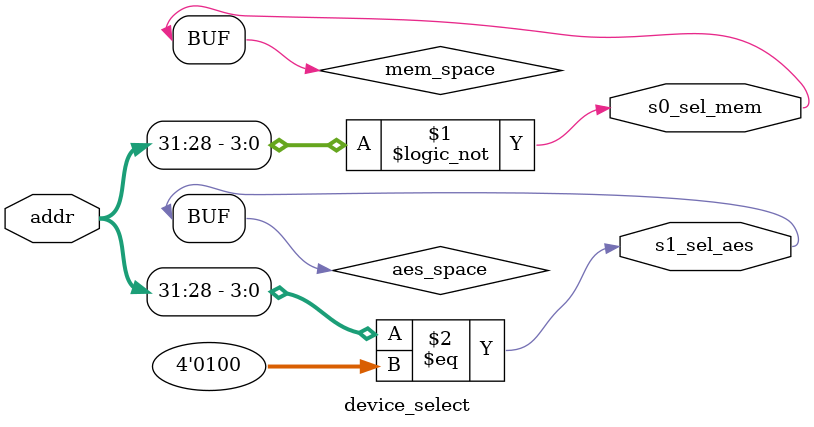
<source format=v>
module device_select #(parameter MEM_BASE = 4'h0, AES_BASE = 4'h4)(
    input [31:0] addr,
    output s0_sel_mem,
    output s1_sel_aes
);

    wire mem_space = (addr[31:28] == MEM_BASE);
    wire aes_space = (addr[31:28] == AES_BASE);

    assign s0_sel_mem  = mem_space;
    assign s1_sel_aes  = aes_space;

endmodule

</source>
